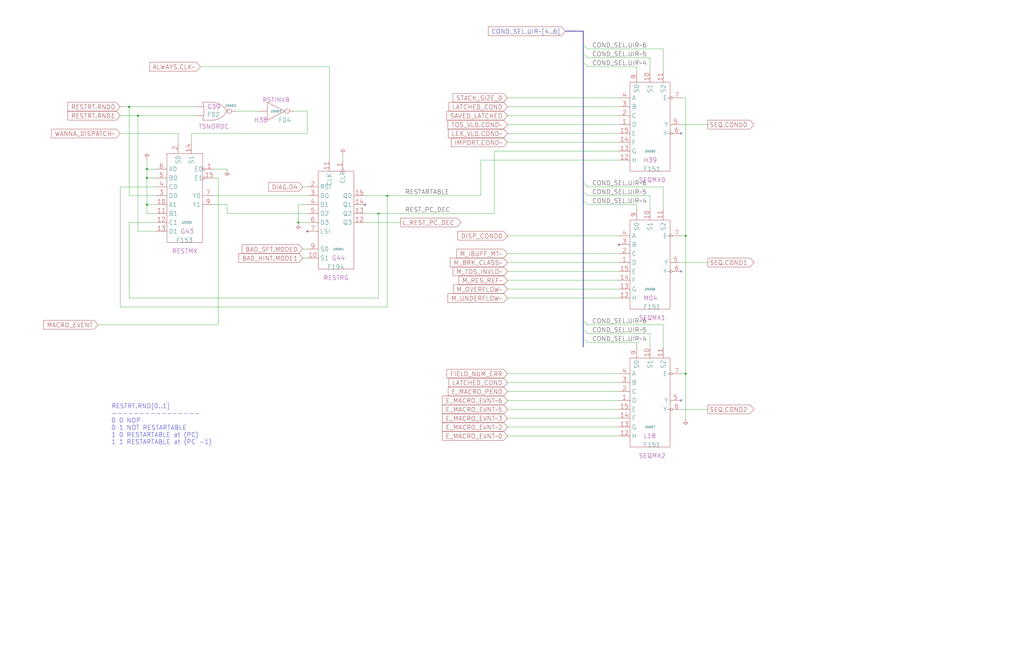
<source format=kicad_sch>
(kicad_sch (version 20230121) (generator eeschema)
  (paper "User" 584.2 378.46)
  (title_block (title "SEQUENCE CONDITION SELECT") (date "22-MAY-90") (rev "1.0") (comment 1 "SEQUENCER") (comment 2 "232-003064") (comment 3 "S400") (comment 4 "RELEASED"))
  (lib_symbols
    (symbol "r1000:F02" (pin_numbers hide) (pin_names hide)
      (property "Reference" "U" (at 12.16 0.635 0))
      (property "Value" "F02" (at -1.27 -4.445 0))
      (property "Location" "___" (at 2.54 0 0))
      (property "Name" "______" (at 2.54 -12.7 0))
      (symbol "F02_0_1"
        (arc (start -3.81 -7.62) (mid -2.9847 -2.54) (end -3.81 2.54) (stroke (width 0.1524)))
        (polyline (pts (xy -5.08 -5.08) (xy -3.175 -5.08)) (stroke (width 0.1524)))
        (polyline (pts (xy -5.08 0) (xy -3.175 0)) (stroke (width 0.1524)))
        (polyline (pts (xy -3.81 -7.62) (xy 2.54 -7.62)) (stroke (width 0.1524)))
        (polyline (pts (xy -3.81 2.54) (xy 2.54 2.54)) (stroke (width 0.1524)))
        (polyline (pts (xy 13.97 -2.54) (xy 12.7 -2.54)) (stroke (width 0.1524)))
        (arc (start 2.54 -7.62) (mid 6.9515 -5.9823) (end 10.16 -2.54) (stroke (width 0.1524)))
        (arc (start 10.16 -2.54) (mid 6.9478 0.8966) (end 2.54 2.54) (stroke (width 0.1524)))
        (circle (center 11.43 -2.54) (radius 1.27) (stroke (width 0.1524)))
      )
      (symbol "F02_0_2"
        (circle (center -3.81 -5.08) (radius 1.27) (stroke (width 0.1524)))
        (circle (center -3.81 0) (radius 1.27) (stroke (width 0.1524)))
        (polyline (pts (xy -2.54 -7.62) (xy 5.08 -7.62)) (stroke (width 0.1524)))
        (polyline (pts (xy -2.54 2.54) (xy -2.54 -7.62)) (stroke (width 0.1524)))
        (polyline (pts (xy -2.54 2.54) (xy 5.08 2.54)) (stroke (width 0.1524)))
        (polyline (pts (xy 11.43 -2.54) (xy 10.16 -2.54)) (stroke (width 0.1524)))
        (polyline (pts (xy 11.43 -2.54) (xy 12.7 -2.54)) (stroke (width 0.1524)))
        (arc (start 5.08 -7.62) (mid 10.1282 -2.54) (end 5.08 2.54) (stroke (width 0.1524)))
      )
      (symbol "F02_1_1"
        (pin input line (at -7.62 0 0) (length 2.54) (name "D0") (number "1"))
        (pin input line (at -7.62 -5.08 0) (length 2.54) (name "D1") (number "2"))
        (pin output line (at 15.24 -2.54 180) (length 1.27) (name "Q") (number "3"))
      )
      (symbol "F02_1_2"
        (pin input line (at -7.62 0 0) (length 2.54) (name "D0") (number "1"))
        (pin input line (at -7.62 -5.08 0) (length 2.54) (name "D1") (number "2"))
        (pin output line (at 15.24 -2.54 180) (length 2.54) (name "Q") (number "3"))
      )
    )
    (symbol "r1000:F04" (pin_numbers hide) (pin_names hide)
      (property "Reference" "U" (at 0 0 0))
      (property "Value" "F04" (at 1.27 -5.08 0))
      (property "Location" "___" (at -12.7 -5.08 0))
      (property "Name" "______" (at 0 5.08 0))
      (symbol "F04_0_1"
        (polyline (pts (xy -7.62 0) (xy -5.08 0)) (stroke (width 0.1524)))
        (polyline (pts (xy -5.08 5.08) (xy -5.08 -5.08)) (stroke (width 0.1524)))
        (polyline (pts (xy 5.08 0) (xy -5.08 -5.08)) (stroke (width 0.1524)))
        (polyline (pts (xy 5.08 0) (xy -5.08 5.08)) (stroke (width 0.1524)))
        (circle (center 6.35 0) (radius 1.27) (stroke (width 0.1524)))
      )
      (symbol "F04_1_1"
        (pin input line (at -10.16 0 0) (length 2.54) (name "D0") (number "1"))
        (pin output line (at 10.16 0 180) (length 2.54) (name "Q") (number "2"))
      )
    )
    (symbol "r1000:F151" (pin_names (offset 1.016))
      (property "Reference" "U" (at 2.54 5.08 0))
      (property "Value" "F151" (at -1.27 -5.08 0))
      (property "Location" "___" (at -1.27 0 0))
      (property "Name" "______" (at 3.81 -12.7 0))
      (symbol "F151_1_1"
        (rectangle (start -8.89 44.45) (end 13.97 -6.35))
        (circle (center 14.605 15.24) (radius 0.635))
        (circle (center 14.605 35.56) (radius 0.635))
        (pin input line (at -15.24 20.32 0) (length 6.35) (name "D") (number "1"))
        (pin input line (at 2.54 50.8 270) (length 6.35) (name "S1") (number "10"))
        (pin input line (at 10.16 50.8 270) (length 6.35) (name "S2") (number "11"))
        (pin input line (at -15.24 0 0) (length 6.35) (name "H") (number "12"))
        (pin input line (at -15.24 5.08 0) (length 6.35) (name "G") (number "13"))
        (pin input line (at -15.24 10.16 0) (length 6.35) (name "F") (number "14"))
        (pin input line (at -15.24 15.24 0) (length 6.35) (name "E") (number "15"))
        (pin input line (at -15.24 25.4 0) (length 6.35) (name "C") (number "2"))
        (pin input line (at -15.24 30.48 0) (length 6.35) (name "B") (number "3"))
        (pin input line (at -15.24 35.56 0) (length 6.35) (name "A") (number "4"))
        (pin output line (at 20.32 20.32 180) (length 6.35) (name "Y") (number "5"))
        (pin output line (at 20.32 15.24 180) (length 5.08) (name "Y~") (number "6"))
        (pin input line (at 20.32 35.56 180) (length 5.08) (name "E~") (number "7"))
        (pin input line (at -5.08 50.8 270) (length 6.35) (name "S0") (number "9"))
      )
    )
    (symbol "r1000:F153" (pin_names (offset 1.016))
      (property "Reference" "U" (at 2.54 5.08 0))
      (property "Value" "F153" (at -3.81 -5.08 0))
      (property "Location" "___" (at -1.27 0 0))
      (property "Name" "______" (at 1.27 -12.7 0))
      (symbol "F153_1_1"
        (rectangle (start -8.89 44.45) (end 11.43 -6.35))
        (circle (center 12.065 30.48) (radius 0.635))
        (circle (center 12.065 35.56) (radius 0.635))
        (pin input line (at 17.78 35.56 180) (length 5.08) (name "E0") (number "1"))
        (pin input line (at -15.24 15.24 0) (length 6.35) (name "A1") (number "10"))
        (pin input line (at -15.24 10.16 0) (length 6.35) (name "B1") (number "11"))
        (pin input line (at -15.24 5.08 0) (length 6.35) (name "C1") (number "12"))
        (pin input line (at -15.24 0 0) (length 6.35) (name "D1") (number "13"))
        (pin input line (at 5.08 50.8 270) (length 6.35) (name "S1") (number "14"))
        (pin input line (at 17.78 30.48 180) (length 5.08) (name "E1") (number "15"))
        (pin input line (at -2.54 50.8 270) (length 6.35) (name "S0") (number "2"))
        (pin input line (at -15.24 20.32 0) (length 6.35) (name "D0") (number "3"))
        (pin input line (at -15.24 25.4 0) (length 6.35) (name "C0") (number "4"))
        (pin input line (at -15.24 30.48 0) (length 6.35) (name "B0") (number "5"))
        (pin input line (at -15.24 35.56 0) (length 6.35) (name "A0") (number "6"))
        (pin output line (at 17.78 20.32 180) (length 6.35) (name "Y0") (number "7"))
        (pin output line (at 17.78 15.24 180) (length 6.35) (name "Y1") (number "9"))
      )
    )
    (symbol "r1000:F194" (pin_names (offset 1.016))
      (property "Reference" "U" (at 2.54 5.08 0))
      (property "Value" "F194" (at -3.81 -5.08 0))
      (property "Location" "___" (at -1.27 0 0))
      (property "Name" "______" (at 1.27 -12.7 0))
      (symbol "F194_1_1"
        (rectangle (start -8.89 49.53) (end 11.43 -6.35))
        (circle (center 5.08 50.165) (radius 0.635))
        (pin input line (at 5.08 55.88 270) (length 5.08) (name "CLR") (number "1"))
        (pin input line (at -15.24 0 0) (length 6.35) (name "S1") (number "10"))
        (pin input line (at -2.54 55.88 270) (length 6.35) (name "CLK") (number "11"))
        (pin output line (at 17.78 20.32 180) (length 6.35) (name "Q3") (number "12"))
        (pin output line (at 17.78 25.4 180) (length 6.35) (name "Q2") (number "13"))
        (pin output line (at 17.78 30.48 180) (length 6.35) (name "Q1") (number "14"))
        (pin output line (at 17.78 35.56 180) (length 6.35) (name "Q0") (number "15"))
        (pin input line (at -15.24 40.64 0) (length 6.35) (name "RSI") (number "2"))
        (pin input line (at -15.24 35.56 0) (length 6.35) (name "D0") (number "3"))
        (pin input line (at -15.24 30.48 0) (length 6.35) (name "D1") (number "4"))
        (pin input line (at -15.24 25.4 0) (length 6.35) (name "D2") (number "5"))
        (pin input line (at -15.24 20.32 0) (length 6.35) (name "D3") (number "6"))
        (pin input line (at -15.24 15.24 0) (length 6.35) (name "LSI") (number "7"))
        (pin input line (at -15.24 5.08 0) (length 6.35) (name "S0") (number "9"))
      )
    )
    (symbol "r1000:PD" (power) (pin_numbers hide) (pin_names hide) (in_bom no)
      (symbol "PD_0_1"
        (polyline (pts (xy 0 -2.54) (xy 1.27 -2.54) (xy 0 -3.81) (xy -1.27 -2.54) (xy 0 -2.54)) (stroke (width 0.1524)))
      )
      (symbol "PD_1_1"
        (pin power_in line (at 0 0 270) (length 2.54) (name "PD") (number "1"))
      )
    )
    (symbol "r1000:PU" (power) (pin_numbers hide) (pin_names hide)
      (symbol "PU_0_1"
        (polyline (pts (xy 0 2.54) (xy -1.27 2.54) (xy 0 3.81) (xy 1.27 2.54) (xy 0 2.54)) (stroke (width 0.1524)))
      )
      (symbol "PU_1_1"
        (pin power_in line (at 0 0 90) (length 2.54) (name "PU") (number "1"))
      )
    )
  )
  (junction (at 83.82 96.52))
  (junction (at 73.66 60.96))
  (junction (at 391.16 134.62))
  (junction (at 215.9 121.92))
  (junction (at 391.16 213.36))
  (junction (at 78.74 66.04))
  (junction (at 83.82 101.6))
  (junction (at 83.82 116.84))
  (junction (at 170.18 127))
  (junction (at 220.98 111.76))
  (no_connect (at 388.62 76.2))
  (no_connect (at 353.06 139.7))
  (no_connect (at 208.28 116.84))
  (no_connect (at 388.62 228.6))
  (no_connect (at 388.62 154.94))
  (no_connect (at 175.26 132.08))
  (bus_entry (at 332.74 104.14) (size 2.54 2.54))
  (bus_entry (at 332.74 193.04) (size 2.54 2.54))
  (bus_entry (at 332.74 182.88) (size 2.54 2.54))
  (bus_entry (at 332.74 187.96) (size 2.54 2.54))
  (bus_entry (at 332.74 114.3) (size 2.54 2.54))
  (bus_entry (at 332.74 35.56) (size 2.54 2.54))
  (bus_entry (at 332.74 109.22) (size 2.54 2.54))
  (bus_entry (at 332.74 25.4) (size 2.54 2.54))
  (bus_entry (at 332.74 30.48) (size 2.54 2.54))
  (wire (pts (xy 391.16 134.62) (xy 391.16 55.88)))
  (wire (pts (xy 378.46 185.42) (xy 378.46 198.12)))
  (wire (pts (xy 83.82 116.84) (xy 88.9 116.84)))
  (wire (pts (xy 121.92 116.84) (xy 129.54 116.84)))
  (wire (pts (xy 187.96 38.1) (xy 187.96 91.44)))
  (bus (pts (xy 332.74 104.14) (xy 332.74 109.22)))
  (wire (pts (xy 335.28 38.1) (xy 363.22 38.1)))
  (bus (pts (xy 332.74 25.4) (xy 332.74 30.48)))
  (wire (pts (xy 170.18 127) (xy 175.26 127)))
  (wire (pts (xy 378.46 27.94) (xy 378.46 40.64)))
  (wire (pts (xy 335.28 190.5) (xy 370.84 190.5)))
  (wire (pts (xy 274.32 91.44) (xy 274.32 111.76)))
  (wire (pts (xy 274.32 111.76) (xy 220.98 111.76)))
  (wire (pts (xy 167.64 63.5) (xy 175.26 63.5)))
  (wire (pts (xy 73.66 170.18) (xy 215.9 170.18)))
  (wire (pts (xy 289.56 149.86) (xy 353.06 149.86)))
  (wire (pts (xy 134.62 63.5) (xy 147.32 63.5)))
  (wire (pts (xy 124.46 185.42) (xy 124.46 101.6)))
  (wire (pts (xy 335.28 111.76) (xy 370.84 111.76)))
  (wire (pts (xy 55.88 185.42) (xy 124.46 185.42)))
  (wire (pts (xy 281.94 121.92) (xy 215.9 121.92)))
  (wire (pts (xy 195.58 88.9) (xy 195.58 91.44)))
  (wire (pts (xy 175.26 116.84) (xy 170.18 116.84)))
  (wire (pts (xy 289.56 154.94) (xy 353.06 154.94)))
  (wire (pts (xy 121.92 111.76) (xy 175.26 111.76)))
  (wire (pts (xy 83.82 96.52) (xy 88.9 96.52)))
  (wire (pts (xy 289.56 228.6) (xy 353.06 228.6)))
  (wire (pts (xy 68.58 106.68) (xy 68.58 175.26)))
  (wire (pts (xy 109.22 76.2) (xy 109.22 81.28)))
  (wire (pts (xy 289.56 233.68) (xy 353.06 233.68)))
  (wire (pts (xy 289.56 71.12) (xy 353.06 71.12)))
  (wire (pts (xy 353.06 91.44) (xy 274.32 91.44)))
  (wire (pts (xy 175.26 76.2) (xy 109.22 76.2)))
  (wire (pts (xy 281.94 86.36) (xy 281.94 121.92)))
  (bus (pts (xy 332.74 109.22) (xy 332.74 114.3)))
  (wire (pts (xy 370.84 33.02) (xy 370.84 40.64)))
  (wire (pts (xy 353.06 86.36) (xy 281.94 86.36)))
  (wire (pts (xy 289.56 165.1) (xy 353.06 165.1)))
  (wire (pts (xy 83.82 96.52) (xy 83.82 101.6)))
  (wire (pts (xy 83.82 101.6) (xy 88.9 101.6)))
  (wire (pts (xy 388.62 149.86) (xy 403.86 149.86)))
  (wire (pts (xy 289.56 223.52) (xy 353.06 223.52)))
  (wire (pts (xy 73.66 127) (xy 73.66 170.18)))
  (wire (pts (xy 289.56 144.78) (xy 353.06 144.78)))
  (wire (pts (xy 289.56 213.36) (xy 353.06 213.36)))
  (bus (pts (xy 322.58 17.78) (xy 332.74 17.78)))
  (wire (pts (xy 68.58 175.26) (xy 220.98 175.26)))
  (wire (pts (xy 335.28 27.94) (xy 378.46 27.94)))
  (wire (pts (xy 172.72 106.68) (xy 175.26 106.68)))
  (wire (pts (xy 129.54 121.92) (xy 175.26 121.92)))
  (wire (pts (xy 335.28 106.68) (xy 378.46 106.68)))
  (bus (pts (xy 332.74 17.78) (xy 332.74 25.4)))
  (wire (pts (xy 363.22 38.1) (xy 363.22 40.64)))
  (wire (pts (xy 88.9 127) (xy 73.66 127)))
  (wire (pts (xy 289.56 81.28) (xy 353.06 81.28)))
  (wire (pts (xy 363.22 195.58) (xy 363.22 198.12)))
  (wire (pts (xy 388.62 134.62) (xy 391.16 134.62)))
  (wire (pts (xy 73.66 111.76) (xy 88.9 111.76)))
  (wire (pts (xy 101.6 76.2) (xy 101.6 81.28)))
  (wire (pts (xy 114.3 38.1) (xy 187.96 38.1)))
  (wire (pts (xy 378.46 106.68) (xy 378.46 119.38)))
  (wire (pts (xy 73.66 60.96) (xy 111.76 60.96)))
  (wire (pts (xy 175.26 63.5) (xy 175.26 76.2)))
  (wire (pts (xy 289.56 248.92) (xy 353.06 248.92)))
  (wire (pts (xy 88.9 106.68) (xy 68.58 106.68)))
  (wire (pts (xy 88.9 121.92) (xy 83.82 121.92)))
  (bus (pts (xy 332.74 182.88) (xy 332.74 187.96)))
  (wire (pts (xy 388.62 213.36) (xy 391.16 213.36)))
  (wire (pts (xy 215.9 121.92) (xy 208.28 121.92)))
  (wire (pts (xy 68.58 66.04) (xy 78.74 66.04)))
  (wire (pts (xy 370.84 190.5) (xy 370.84 198.12)))
  (wire (pts (xy 83.82 91.44) (xy 83.82 96.52)))
  (bus (pts (xy 332.74 30.48) (xy 332.74 35.56)))
  (wire (pts (xy 208.28 127) (xy 228.6 127)))
  (bus (pts (xy 332.74 193.04) (xy 332.74 198.12)))
  (wire (pts (xy 78.74 66.04) (xy 78.74 132.08)))
  (wire (pts (xy 78.74 132.08) (xy 88.9 132.08)))
  (wire (pts (xy 78.74 66.04) (xy 111.76 66.04)))
  (wire (pts (xy 391.16 55.88) (xy 388.62 55.88)))
  (wire (pts (xy 83.82 101.6) (xy 83.82 116.84)))
  (wire (pts (xy 289.56 170.18) (xy 353.06 170.18)))
  (wire (pts (xy 391.16 238.76) (xy 391.16 213.36)))
  (wire (pts (xy 335.28 185.42) (xy 378.46 185.42)))
  (wire (pts (xy 73.66 60.96) (xy 73.66 111.76)))
  (wire (pts (xy 68.58 60.96) (xy 73.66 60.96)))
  (wire (pts (xy 388.62 233.68) (xy 403.86 233.68)))
  (wire (pts (xy 289.56 218.44) (xy 353.06 218.44)))
  (wire (pts (xy 289.56 55.88) (xy 353.06 55.88)))
  (wire (pts (xy 289.56 134.62) (xy 353.06 134.62)))
  (wire (pts (xy 68.58 76.2) (xy 101.6 76.2)))
  (wire (pts (xy 129.54 116.84) (xy 129.54 121.92)))
  (wire (pts (xy 289.56 243.84) (xy 353.06 243.84)))
  (wire (pts (xy 172.72 142.24) (xy 175.26 142.24)))
  (wire (pts (xy 289.56 160.02) (xy 353.06 160.02)))
  (wire (pts (xy 335.28 33.02) (xy 370.84 33.02)))
  (wire (pts (xy 124.46 101.6) (xy 121.92 101.6)))
  (wire (pts (xy 220.98 111.76) (xy 208.28 111.76)))
  (wire (pts (xy 172.72 147.32) (xy 175.26 147.32)))
  (bus (pts (xy 332.74 187.96) (xy 332.74 193.04)))
  (wire (pts (xy 83.82 116.84) (xy 83.82 121.92)))
  (wire (pts (xy 289.56 76.2) (xy 353.06 76.2)))
  (wire (pts (xy 289.56 60.96) (xy 353.06 60.96)))
  (wire (pts (xy 220.98 175.26) (xy 220.98 111.76)))
  (wire (pts (xy 363.22 116.84) (xy 363.22 119.38)))
  (wire (pts (xy 289.56 66.04) (xy 353.06 66.04)))
  (wire (pts (xy 215.9 170.18) (xy 215.9 121.92)))
  (bus (pts (xy 332.74 114.3) (xy 332.74 182.88)))
  (wire (pts (xy 289.56 238.76) (xy 353.06 238.76)))
  (wire (pts (xy 370.84 111.76) (xy 370.84 119.38)))
  (wire (pts (xy 391.16 213.36) (xy 391.16 134.62)))
  (wire (pts (xy 121.92 96.52) (xy 129.54 96.52)))
  (bus (pts (xy 332.74 35.56) (xy 332.74 104.14)))
  (wire (pts (xy 335.28 116.84) (xy 363.22 116.84)))
  (wire (pts (xy 335.28 195.58) (xy 363.22 195.58)))
  (wire (pts (xy 388.62 71.12) (xy 403.86 71.12)))
  (wire (pts (xy 170.18 116.84) (xy 170.18 127)))
  (text "RESTRT.RND[0..1]\n----------------\n0 0 NOP\n0 1 NOT RESTARTABLE\n1 0 RESTARTABLE at (PC)\n1 1 RESTARTABLE at (PC -1)" (at 63.5 254 0) (effects (font (size 2.54 2.54)) (justify left bottom)))
  (label "COND_SEL.UIR~5" (at 337.82 33.02 0) (effects (font (size 2.54 2.54))))
  (label "COND_SEL.UIR~4" (at 337.82 195.58 0) (effects (font (size 2.54 2.54))))
  (label "RESTARTABLE" (at 231.14 111.76 0) (effects (font (size 2.54 2.54))))
  (label "COND_SEL.UIR~6" (at 337.82 27.94 0) (effects (font (size 2.54 2.54))))
  (label "COND_SEL.UIR~4" (at 337.82 116.84 0) (effects (font (size 2.54 2.54))))
  (label "COND_SEL.UIR~5" (at 337.82 111.76 0) (effects (font (size 2.54 2.54))))
  (label "COND_SEL.UIR~5" (at 337.82 190.5 0) (effects (font (size 2.54 2.54))))
  (label "REST_PC_DEC" (at 231.14 121.92 0) (effects (font (size 2.54 2.54))))
  (label "COND_SEL.UIR~4" (at 337.82 38.1 0) (effects (font (size 2.54 2.54))))
  (label "COND_SEL.UIR~6" (at 337.82 185.42 0) (effects (font (size 2.54 2.54))))
  (label "COND_SEL.UIR~6" (at 337.82 106.68 0) (effects (font (size 2.54 2.54))))
  (global_label "WANNA_DISPATCH~" (shape input) (at 68.58 76.2 180) (effects (font (size 2.54 2.54))) (property "Intersheetrefs" "${INTERSHEET_REFS}" (at 29.4035 76.0413 0) (effects (font (size 1.905 1.905)) (justify right))))
  (global_label "M_TOS_INVLD~" (shape input) (at 289.56 154.94 180) (effects (font (size 2.54 2.54))) (property "Intersheetrefs" "${INTERSHEET_REFS}" (at 258.4873 154.7813 0) (effects (font (size 1.905 1.905)) (justify right))))
  (global_label "MACRO_EVENT" (shape input) (at 55.88 185.42 180) (effects (font (size 2.54 2.54))) (property "Intersheetrefs" "${INTERSHEET_REFS}" (at 24.9283 185.2613 0) (effects (font (size 1.905 1.905)) (justify right))))
  (global_label "M_BRK_CLASS~" (shape input) (at 289.56 149.86 180) (effects (font (size 2.54 2.54))) (property "Intersheetrefs" "${INTERSHEET_REFS}" (at 256.915 149.7013 0) (effects (font (size 1.905 1.905)) (justify right))))
  (global_label "E_MACRO_EVNT~6" (shape input) (at 289.56 228.6 180) (effects (font (size 2.54 2.54))) (property "Intersheetrefs" "${INTERSHEET_REFS}" (at 252.4397 228.4413 0) (effects (font (size 1.905 1.905)) (justify right))))
  (global_label "BAD_HINT.MODE1" (shape input) (at 172.72 147.32 180) (effects (font (size 2.54 2.54))) (property "Intersheetrefs" "${INTERSHEET_REFS}" (at 136.2045 147.1613 0) (effects (font (size 1.905 1.905)) (justify right))))
  (global_label "E_MACRO_EVNT~3" (shape input) (at 289.56 238.76 180) (effects (font (size 2.54 2.54))) (property "Intersheetrefs" "${INTERSHEET_REFS}" (at 252.4397 238.6013 0) (effects (font (size 1.905 1.905)) (justify right))))
  (global_label "L_REST_PC_DEC" (shape output) (at 228.6 127 0) (effects (font (size 2.54 2.54))) (property "Intersheetrefs" "${INTERSHEET_REFS}" (at 262.9384 126.8413 0) (effects (font (size 1.905 1.905)) (justify left))))
  (global_label "M_UNDERFLOW~" (shape input) (at 289.56 170.18 180) (effects (font (size 2.54 2.54))) (property "Intersheetrefs" "${INTERSHEET_REFS}" (at 255.5845 170.0213 0) (effects (font (size 1.905 1.905)) (justify right))))
  (global_label "SEQ.COND2" (shape output) (at 403.86 233.68 0) (effects (font (size 2.54 2.54))) (property "Intersheetrefs" "${INTERSHEET_REFS}" (at 430.0946 233.5213 0) (effects (font (size 1.905 1.905)) (justify left))))
  (global_label "DISP_COND0" (shape input) (at 289.56 134.62 180) (effects (font (size 2.54 2.54))) (property "Intersheetrefs" "${INTERSHEET_REFS}" (at 261.2692 134.4613 0) (effects (font (size 1.905 1.905)) (justify right))))
  (global_label "TOS_VLD.COND~" (shape input) (at 289.56 71.12 180) (effects (font (size 2.54 2.54))) (property "Intersheetrefs" "${INTERSHEET_REFS}" (at 255.5845 70.9613 0) (effects (font (size 1.905 1.905)) (justify right))))
  (global_label "SEQ.COND1" (shape output) (at 403.86 149.86 0) (effects (font (size 2.54 2.54))) (property "Intersheetrefs" "${INTERSHEET_REFS}" (at 430.0946 149.7013 0) (effects (font (size 1.905 1.905)) (justify left))))
  (global_label "LATCHED_COND" (shape input) (at 289.56 218.44 180) (effects (font (size 2.54 2.54))) (property "Intersheetrefs" "${INTERSHEET_REFS}" (at 256.1892 218.2813 0) (effects (font (size 1.905 1.905)) (justify right))))
  (global_label "E_MACRO_PEND" (shape input) (at 289.56 223.52 180) (effects (font (size 2.54 2.54))) (property "Intersheetrefs" "${INTERSHEET_REFS}" (at 255.7054 223.3613 0) (effects (font (size 1.905 1.905)) (justify right))))
  (global_label "LEX_VLD.COND~" (shape input) (at 289.56 76.2 180) (effects (font (size 2.54 2.54))) (property "Intersheetrefs" "${INTERSHEET_REFS}" (at 255.8264 76.0413 0) (effects (font (size 1.905 1.905)) (justify right))))
  (global_label "COND_SEL.UIR~[4..6]" (shape input) (at 322.58 17.78 180) (effects (font (size 2.54 2.54))) (property "Intersheetrefs" "${INTERSHEET_REFS}" (at 278.5654 17.6213 0) (effects (font (size 1.905 1.905)) (justify right))))
  (global_label "DIAG.D4" (shape input) (at 172.72 106.68 180) (effects (font (size 2.54 2.54))) (property "Intersheetrefs" "${INTERSHEET_REFS}" (at 153.2588 106.5213 0) (effects (font (size 1.905 1.905)) (justify right))))
  (global_label "M_IBUFF_MT~" (shape input) (at 289.56 144.78 180) (effects (font (size 2.54 2.54))) (property "Intersheetrefs" "${INTERSHEET_REFS}" (at 260.5435 144.6213 0) (effects (font (size 1.905 1.905)) (justify right))))
  (global_label "RESTRT.RND0" (shape input) (at 68.58 60.96 180) (effects (font (size 2.54 2.54))) (property "Intersheetrefs" "${INTERSHEET_REFS}" (at 38.7169 60.8013 0) (effects (font (size 1.905 1.905)) (justify right))))
  (global_label "STACK_SIZE_0" (shape input) (at 289.56 55.88 180) (effects (font (size 2.54 2.54))) (property "Intersheetrefs" "${INTERSHEET_REFS}" (at 258.4873 55.7213 0) (effects (font (size 1.905 1.905)) (justify right))))
  (global_label "E_MACRO_EVNT~0" (shape input) (at 289.56 248.92 180) (effects (font (size 2.54 2.54))) (property "Intersheetrefs" "${INTERSHEET_REFS}" (at 252.4397 248.7613 0) (effects (font (size 1.905 1.905)) (justify right))))
  (global_label "IMPORT.COND~" (shape input) (at 289.56 81.28 180) (effects (font (size 2.54 2.54))) (property "Intersheetrefs" "${INTERSHEET_REFS}" (at 257.5197 81.1213 0) (effects (font (size 1.905 1.905)) (justify right))))
  (global_label "SAVED_LATCHED" (shape input) (at 289.56 66.04 180) (effects (font (size 2.54 2.54))) (property "Intersheetrefs" "${INTERSHEET_REFS}" (at 254.9797 65.8813 0) (effects (font (size 1.905 1.905)) (justify right))))
  (global_label "E_MACRO_EVNT~2" (shape input) (at 289.56 243.84 180) (effects (font (size 2.54 2.54))) (property "Intersheetrefs" "${INTERSHEET_REFS}" (at 252.4397 243.6813 0) (effects (font (size 1.905 1.905)) (justify right))))
  (global_label "BAD_SFT.MODE0" (shape input) (at 172.72 142.24 180) (effects (font (size 2.54 2.54))) (property "Intersheetrefs" "${INTERSHEET_REFS}" (at 138.1397 142.0813 0) (effects (font (size 1.905 1.905)) (justify right))))
  (global_label "M_OVERFLOW~" (shape input) (at 289.56 165.1 180) (effects (font (size 2.54 2.54))) (property "Intersheetrefs" "${INTERSHEET_REFS}" (at 258.6083 164.9413 0) (effects (font (size 1.905 1.905)) (justify right))))
  (global_label "RESTRT.RND1" (shape input) (at 68.58 66.04 180) (effects (font (size 2.54 2.54))) (property "Intersheetrefs" "${INTERSHEET_REFS}" (at 38.7169 65.8813 0) (effects (font (size 1.905 1.905)) (justify right))))
  (global_label "E_MACRO_EVNT~5" (shape input) (at 289.56 233.68 180) (effects (font (size 2.54 2.54))) (property "Intersheetrefs" "${INTERSHEET_REFS}" (at 252.4397 233.5213 0) (effects (font (size 1.905 1.905)) (justify right))))
  (global_label "SEQ.COND0" (shape output) (at 403.86 71.12 0) (effects (font (size 2.54 2.54))) (property "Intersheetrefs" "${INTERSHEET_REFS}" (at 430.0946 70.9613 0) (effects (font (size 1.905 1.905)) (justify left))))
  (global_label "ALWAYS.CLK~" (shape input) (at 114.3 38.1 180) (effects (font (size 2.54 2.54))) (property "Intersheetrefs" "${INTERSHEET_REFS}" (at 79.2359 37.9413 0) (effects (font (size 1.905 1.905)) (justify right))))
  (global_label "FIELD_NUM_ERR" (shape input) (at 289.56 213.36 180) (effects (font (size 2.54 2.54))) (property "Intersheetrefs" "${INTERSHEET_REFS}" (at 254.9797 213.2013 0) (effects (font (size 1.905 1.905)) (justify right))))
  (global_label "LATCHED_COND" (shape input) (at 289.56 60.96 180) (effects (font (size 2.54 2.54))) (property "Intersheetrefs" "${INTERSHEET_REFS}" (at 256.1892 60.8013 0) (effects (font (size 1.905 1.905)) (justify right))))
  (global_label "M_RES_REF~" (shape input) (at 289.56 160.02 180) (effects (font (size 2.54 2.54))) (property "Intersheetrefs" "${INTERSHEET_REFS}" (at 261.874 159.8613 0) (effects (font (size 1.905 1.905)) (justify right))))
  (symbol (lib_id "r1000:PU") (at 83.82 91.44 0) (unit 1)
    (property "Reference" "#PWR05501" (effects hide))
    (property "Value" "PU" (effects hide))
  )
  (symbol (lib_id "r1000:PD") (at 391.16 238.76 0) (unit 1) (in_bom no)
    (property "Reference" "#PWR05504" (effects hide))
    (property "Value" "PD" (effects hide))
  )
  (symbol (lib_id "r1000:PD") (at 129.54 96.52 0) (unit 1) (in_bom no)
    (property "Reference" "#PWR05502" (effects hide))
    (property "Value" "PD" (effects hide))
  )
  (symbol (lib_id "r1000:F02") (at 119.38 60.96 0) (unit 1)
    (property "Reference" "U5502" (at 131.54 60.325 0))
    (property "Value" "F02" (at 118.11 65.405 0) (effects (font (size 2.54 2.54)) (justify left)))
    (property "Location" "G39" (at 121.92 60.96 0) (effects (font (size 2.54 2.54))))
    (property "Name" "TSNOR0C" (at 121.92 73.66 0) (effects (font (size 2.54 2.54)) (justify bottom)))
  )
  (symbol (lib_id "r1000:F151") (at 368.3 170.18 0) (unit 1)
    (property "Reference" "U5506" (at 370.84 165.1 0))
    (property "Value" "F151" (at 367.03 175.26 0) (effects (font (size 2.54 2.54)) (justify left)))
    (property "Location" "M04" (at 367.03 170.18 0) (effects (font (size 2.54 2.54)) (justify left)))
    (property "Name" "SEQMX1" (at 372.11 182.88 0) (effects (font (size 2.54 2.54)) (justify bottom)))
  )
  (symbol (lib_id "r1000:F04") (at 157.48 63.5 0) (unit 1)
    (property "Reference" "U5503" (at 157.48 63.5 0))
    (property "Value" "F04" (at 158.75 68.58 0) (effects (font (size 2.54 2.54)) (justify left)))
    (property "Location" "H38" (at 144.78 68.58 0) (effects (font (size 2.54 2.54)) (justify left)))
    (property "Name" "RSTINVB" (at 157.48 58.42 0) (effects (font (size 2.54 2.54)) (justify bottom)))
  )
  (symbol (lib_id "r1000:F151") (at 368.3 91.44 0) (unit 1)
    (property "Reference" "U5505" (at 370.84 86.36 0))
    (property "Value" "F151" (at 367.03 96.52 0) (effects (font (size 2.54 2.54)) (justify left)))
    (property "Location" "H39" (at 367.03 91.44 0) (effects (font (size 2.54 2.54)) (justify left)))
    (property "Name" "SEQMX0" (at 372.11 104.14 0) (effects (font (size 2.54 2.54)) (justify bottom)))
  )
  (symbol (lib_id "r1000:F153") (at 104.14 132.08 0) (unit 1)
    (property "Reference" "U5501" (at 106.68 127 0))
    (property "Value" "F153" (at 100.33 137.16 0) (effects (font (size 2.54 2.54)) (justify left)))
    (property "Location" "G43" (at 102.87 132.08 0) (effects (font (size 2.54 2.54)) (justify left)))
    (property "Name" "RESTMX" (at 105.41 144.78 0) (effects (font (size 2.54 2.54)) (justify bottom)))
  )
  (symbol (lib_id "r1000:PD") (at 170.18 127 0) (unit 1) (in_bom no)
    (property "Reference" "#PWR05505" (effects hide))
    (property "Value" "PD" (effects hide))
  )
  (symbol (lib_id "r1000:F194") (at 190.5 147.32 0) (unit 1)
    (property "Reference" "U5504" (at 193.04 142.24 0))
    (property "Value" "F194" (at 186.69 152.4 0) (effects (font (size 2.54 2.54)) (justify left)))
    (property "Location" "G44" (at 189.23 147.32 0) (effects (font (size 2.54 2.54)) (justify left)))
    (property "Name" "RESTRG" (at 191.77 160.02 0) (effects (font (size 2.54 2.54)) (justify bottom)))
  )
  (symbol (lib_id "r1000:PU") (at 195.58 88.9 0) (unit 1)
    (property "Reference" "#PWR05503" (effects hide))
    (property "Value" "PU" (effects hide))
  )
  (symbol (lib_id "r1000:F151") (at 368.3 248.92 0) (unit 1)
    (property "Reference" "U5507" (at 370.84 243.84 0))
    (property "Value" "F151" (at 367.03 254 0) (effects (font (size 2.54 2.54)) (justify left)))
    (property "Location" "L18" (at 367.03 248.92 0) (effects (font (size 2.54 2.54)) (justify left)))
    (property "Name" "SEQMX2" (at 372.11 261.62 0) (effects (font (size 2.54 2.54)) (justify bottom)))
  )
)
</source>
